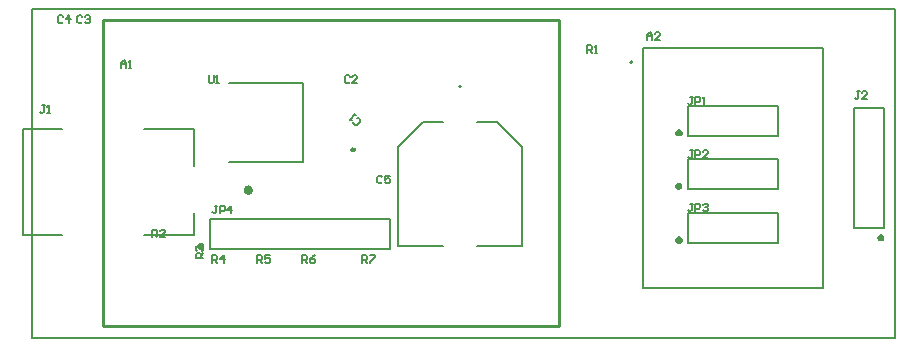
<source format=gto>
G04 Layer_Color=65535*
%FSLAX24Y24*%
%MOIN*%
G70*
G01*
G75*
%ADD21C,0.0050*%
%ADD32C,0.0079*%
%ADD33C,0.0118*%
%ADD34C,0.0157*%
%ADD35C,0.0100*%
%ADD36C,0.0080*%
G36*
X31620Y13365D02*
X31653Y13331D01*
X31671Y13288D01*
Y13264D01*
Y13241D01*
X31653Y13198D01*
X31620Y13164D01*
X31577Y13146D01*
X31530D01*
X31486Y13164D01*
X31453Y13198D01*
X31435Y13241D01*
Y13264D01*
Y13288D01*
X31453Y13331D01*
X31486Y13365D01*
X31530Y13383D01*
X31577D01*
X31620Y13365D01*
D02*
G37*
G36*
X15677Y13160D02*
X15710Y13127D01*
X15728Y13083D01*
Y13060D01*
Y13036D01*
X15710Y12993D01*
X15677Y12960D01*
X15634Y12942D01*
X15587D01*
X15543Y12960D01*
X15510Y12993D01*
X15492Y13036D01*
Y13060D01*
Y13083D01*
X15510Y13127D01*
X15543Y13160D01*
X15587Y13178D01*
X15634D01*
X15677Y13160D01*
D02*
G37*
G36*
X38346Y13445D02*
X38379Y13411D01*
X38397Y13368D01*
Y13321D01*
X38379Y13278D01*
X38346Y13244D01*
X38302Y13226D01*
X38255D01*
X38212Y13244D01*
X38179Y13278D01*
X38161Y13321D01*
Y13368D01*
X38179Y13411D01*
X38212Y13445D01*
X38255Y13463D01*
X38302D01*
X38346Y13445D01*
D02*
G37*
G36*
X31620Y16939D02*
X31653Y16906D01*
X31671Y16863D01*
Y16839D01*
Y16816D01*
X31653Y16772D01*
X31620Y16739D01*
X31577Y16721D01*
X31530D01*
X31486Y16739D01*
X31453Y16772D01*
X31435Y16816D01*
Y16839D01*
Y16863D01*
X31453Y16906D01*
X31486Y16939D01*
X31530Y16957D01*
X31577D01*
X31620Y16939D01*
D02*
G37*
G36*
X31604Y15152D02*
X31637Y15119D01*
X31655Y15075D01*
Y15052D01*
Y15028D01*
X31637Y14985D01*
X31604Y14952D01*
X31561Y14934D01*
X31514D01*
X31470Y14952D01*
X31437Y14985D01*
X31419Y15028D01*
Y15052D01*
Y15075D01*
X31437Y15119D01*
X31470Y15152D01*
X31514Y15170D01*
X31561D01*
X31604Y15152D01*
D02*
G37*
D21*
X30346Y19654D02*
X36346D01*
X30346Y11654D02*
Y19654D01*
X36346Y11654D02*
Y19654D01*
X30346Y11654D02*
X36346D01*
X26323Y13067D02*
Y16374D01*
X22189Y13067D02*
Y16374D01*
X25496Y17201D02*
X26323Y16374D01*
X22189D02*
X23016Y17201D01*
X23689D01*
X24823D02*
X25496D01*
X22189Y13067D02*
X23689D01*
X24823D02*
X26323D01*
X19007Y15858D02*
Y18512D01*
X16558D02*
X19007D01*
X16558Y15858D02*
X19007D01*
X13709Y13421D02*
X15382D01*
X9673D02*
X10992D01*
X15382D02*
Y14150D01*
Y15724D02*
Y16965D01*
X13709D02*
X15382D01*
X9673D02*
X10992D01*
X9673Y13421D02*
Y16965D01*
X38740Y10000D02*
Y20960D01*
X10000Y10000D02*
X38740D01*
X10000Y20960D02*
X38740D01*
X10000Y10000D02*
Y20960D01*
D32*
X30000Y19197D02*
G03*
X30000Y19197I-39J0D01*
G01*
X24295Y18390D02*
G03*
X24295Y18390I-39J0D01*
G01*
X15919Y12965D02*
X21919D01*
X15919D02*
Y13965D01*
X21919D01*
Y12965D02*
Y13965D01*
X38374Y13654D02*
Y17654D01*
X37374Y13654D02*
X38374D01*
X37374D02*
Y17654D01*
X38374D01*
X34862Y16744D02*
Y17744D01*
X31862D02*
X34862D01*
X31862Y16744D02*
Y17744D01*
Y16744D02*
X34862D01*
X34846Y14957D02*
Y15957D01*
X31846D02*
X34846D01*
X31846Y14957D02*
Y15957D01*
Y14957D02*
X34846D01*
X34862Y13169D02*
Y14169D01*
X31862D02*
X34862D01*
X31862Y13169D02*
Y14169D01*
Y13169D02*
X34862D01*
D33*
X20728Y16280D02*
G03*
X20728Y16280I-39J0D01*
G01*
D34*
X17275Y14925D02*
G03*
X17275Y14925I-79J0D01*
G01*
D35*
X12361Y10384D02*
Y20584D01*
X27561Y10384D02*
Y20584D01*
X12361Y10384D02*
X27561D01*
X12361Y20584D02*
X27561D01*
D36*
X11021Y20708D02*
X10979Y20750D01*
X10896D01*
X10854Y20708D01*
Y20542D01*
X10896Y20500D01*
X10979D01*
X11021Y20542D01*
X11229Y20500D02*
Y20750D01*
X11104Y20625D01*
X11271D01*
X11667Y20708D02*
X11625Y20750D01*
X11542D01*
X11500Y20708D01*
Y20542D01*
X11542Y20500D01*
X11625D01*
X11667Y20542D01*
X11750Y20708D02*
X11792Y20750D01*
X11875D01*
X11917Y20708D01*
Y20667D01*
X11875Y20625D01*
X11833D01*
X11875D01*
X11917Y20583D01*
Y20542D01*
X11875Y20500D01*
X11792D01*
X11750Y20542D01*
X28500Y19500D02*
Y19750D01*
X28625D01*
X28667Y19708D01*
Y19625D01*
X28625Y19583D01*
X28500D01*
X28583D02*
X28667Y19500D01*
X28750D02*
X28833D01*
X28792D01*
Y19750D01*
X28750Y19708D01*
X30500Y19935D02*
Y20101D01*
X30583Y20185D01*
X30667Y20101D01*
Y19935D01*
Y20060D01*
X30500D01*
X30917Y19935D02*
X30750D01*
X30917Y20101D01*
Y20143D01*
X30875Y20185D01*
X30792D01*
X30750Y20143D01*
X16167Y14403D02*
X16083D01*
X16125D01*
Y14195D01*
X16083Y14154D01*
X16042D01*
X16000Y14195D01*
X16250Y14154D02*
Y14403D01*
X16375D01*
X16417Y14362D01*
Y14279D01*
X16375Y14237D01*
X16250D01*
X16625Y14154D02*
Y14403D01*
X16500Y14279D01*
X16666D01*
X16000Y12500D02*
Y12750D01*
X16125D01*
X16167Y12708D01*
Y12625D01*
X16125Y12583D01*
X16000D01*
X16083D02*
X16167Y12500D01*
X16375D02*
Y12750D01*
X16250Y12625D01*
X16417D01*
X17500Y12500D02*
Y12750D01*
X17625D01*
X17667Y12708D01*
Y12625D01*
X17625Y12583D01*
X17500D01*
X17583D02*
X17667Y12500D01*
X17917Y12750D02*
X17750D01*
Y12625D01*
X17833Y12667D01*
X17875D01*
X17917Y12625D01*
Y12542D01*
X17875Y12500D01*
X17792D01*
X17750Y12542D01*
X19000Y12500D02*
Y12750D01*
X19125D01*
X19167Y12708D01*
Y12625D01*
X19125Y12583D01*
X19000D01*
X19083D02*
X19167Y12500D01*
X19417Y12750D02*
X19333Y12708D01*
X19250Y12625D01*
Y12542D01*
X19292Y12500D01*
X19375D01*
X19417Y12542D01*
Y12583D01*
X19375Y12625D01*
X19250D01*
X21000Y12500D02*
Y12750D01*
X21125D01*
X21167Y12708D01*
Y12625D01*
X21125Y12583D01*
X21000D01*
X21083D02*
X21167Y12500D01*
X21250Y12750D02*
X21417D01*
Y12708D01*
X21250Y12542D01*
Y12500D01*
X14000Y13350D02*
Y13600D01*
X14125D01*
X14167Y13558D01*
Y13475D01*
X14125Y13433D01*
X14000D01*
X14083D02*
X14167Y13350D01*
X14417D02*
X14250D01*
X14417Y13517D01*
Y13558D01*
X14375Y13600D01*
X14292D01*
X14250Y13558D01*
X15700Y12650D02*
X15450D01*
Y12775D01*
X15492Y12817D01*
X15575D01*
X15617Y12775D01*
Y12650D01*
Y12733D02*
X15700Y12817D01*
X15492Y12900D02*
X15450Y12942D01*
Y13025D01*
X15492Y13067D01*
X15533D01*
X15575Y13025D01*
Y12983D01*
Y13025D01*
X15617Y13067D01*
X15658D01*
X15700Y13025D01*
Y12942D01*
X15658Y12900D01*
X12961Y19000D02*
Y19167D01*
X13044Y19250D01*
X13127Y19167D01*
Y19000D01*
Y19125D01*
X12961D01*
X13211Y19000D02*
X13294D01*
X13252D01*
Y19250D01*
X13211Y19208D01*
X20696Y17215D02*
Y17156D01*
X20754Y17097D01*
X20813D01*
X20931Y17215D01*
Y17274D01*
X20872Y17332D01*
X20813D01*
X20784Y17421D02*
X20725Y17480D01*
X20754Y17450D01*
X20578Y17274D01*
X20637D01*
X20586Y18708D02*
X20544Y18750D01*
X20461D01*
X20419Y18708D01*
Y18542D01*
X20461Y18500D01*
X20544D01*
X20586Y18542D01*
X20836Y18500D02*
X20669D01*
X20836Y18667D01*
Y18708D01*
X20794Y18750D01*
X20711D01*
X20669Y18708D01*
X21663Y15362D02*
X21621Y15403D01*
X21538D01*
X21496Y15362D01*
Y15195D01*
X21538Y15154D01*
X21621D01*
X21663Y15195D01*
X21913Y15403D02*
X21746D01*
Y15279D01*
X21829Y15320D01*
X21871D01*
X21913Y15279D01*
Y15195D01*
X21871Y15154D01*
X21788D01*
X21746Y15195D01*
X37577Y18220D02*
X37493D01*
X37535D01*
Y18012D01*
X37493Y17970D01*
X37452D01*
X37410Y18012D01*
X37827Y17970D02*
X37660D01*
X37827Y18137D01*
Y18178D01*
X37785Y18220D01*
X37702D01*
X37660Y18178D01*
X32017Y18026D02*
X31934D01*
X31975D01*
Y17817D01*
X31934Y17776D01*
X31892D01*
X31850Y17817D01*
X32100Y17776D02*
Y18026D01*
X32225D01*
X32267Y17984D01*
Y17901D01*
X32225Y17859D01*
X32100D01*
X32350Y17776D02*
X32434D01*
X32392D01*
Y18026D01*
X32350Y17984D01*
X32017Y16254D02*
X31934D01*
X31975D01*
Y16046D01*
X31934Y16004D01*
X31892D01*
X31850Y16046D01*
X32100Y16004D02*
Y16254D01*
X32225D01*
X32267Y16212D01*
Y16129D01*
X32225Y16087D01*
X32100D01*
X32517Y16004D02*
X32350D01*
X32517Y16171D01*
Y16212D01*
X32475Y16254D01*
X32392D01*
X32350Y16212D01*
X32017Y14482D02*
X31934D01*
X31975D01*
Y14274D01*
X31934Y14232D01*
X31892D01*
X31850Y14274D01*
X32100Y14232D02*
Y14482D01*
X32225D01*
X32267Y14441D01*
Y14357D01*
X32225Y14316D01*
X32100D01*
X32350Y14441D02*
X32392Y14482D01*
X32475D01*
X32517Y14441D01*
Y14399D01*
X32475Y14357D01*
X32434D01*
X32475D01*
X32517Y14316D01*
Y14274D01*
X32475Y14232D01*
X32392D01*
X32350Y14274D01*
X15874Y18750D02*
Y18542D01*
X15916Y18500D01*
X15999D01*
X16041Y18542D01*
Y18750D01*
X16124Y18500D02*
X16207D01*
X16166D01*
Y18750D01*
X16124Y18708D01*
X10417Y17750D02*
X10333D01*
X10375D01*
Y17542D01*
X10333Y17500D01*
X10292D01*
X10250Y17542D01*
X10500Y17500D02*
X10583D01*
X10542D01*
Y17750D01*
X10500Y17708D01*
M02*

</source>
